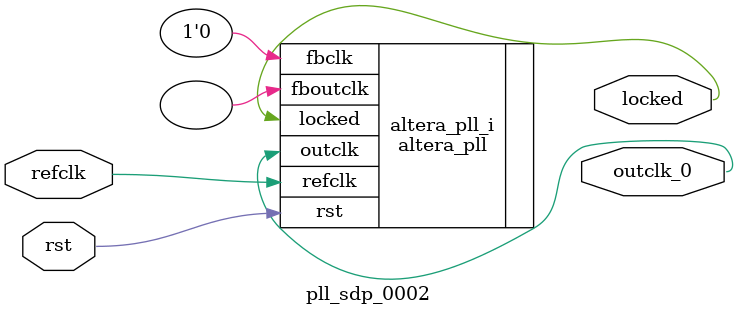
<source format=v>
`timescale 1ns/10ps
module  pll_sdp_0002(

	// interface 'refclk'
	input wire refclk,

	// interface 'reset'
	input wire rst,

	// interface 'outclk0'
	output wire outclk_0,

	// interface 'locked'
	output wire locked
);

	altera_pll #(
		.fractional_vco_multiplier("false"),
		.reference_clock_frequency("27.0 MHz"),
		.operation_mode("direct"),
		.number_of_clocks(1),
		.output_clock_frequency0("27.000000 MHz"),
		.phase_shift0("0 ps"),
		.duty_cycle0(50),
		.output_clock_frequency1("0 MHz"),
		.phase_shift1("0 ps"),
		.duty_cycle1(50),
		.output_clock_frequency2("0 MHz"),
		.phase_shift2("0 ps"),
		.duty_cycle2(50),
		.output_clock_frequency3("0 MHz"),
		.phase_shift3("0 ps"),
		.duty_cycle3(50),
		.output_clock_frequency4("0 MHz"),
		.phase_shift4("0 ps"),
		.duty_cycle4(50),
		.output_clock_frequency5("0 MHz"),
		.phase_shift5("0 ps"),
		.duty_cycle5(50),
		.output_clock_frequency6("0 MHz"),
		.phase_shift6("0 ps"),
		.duty_cycle6(50),
		.output_clock_frequency7("0 MHz"),
		.phase_shift7("0 ps"),
		.duty_cycle7(50),
		.output_clock_frequency8("0 MHz"),
		.phase_shift8("0 ps"),
		.duty_cycle8(50),
		.output_clock_frequency9("0 MHz"),
		.phase_shift9("0 ps"),
		.duty_cycle9(50),
		.output_clock_frequency10("0 MHz"),
		.phase_shift10("0 ps"),
		.duty_cycle10(50),
		.output_clock_frequency11("0 MHz"),
		.phase_shift11("0 ps"),
		.duty_cycle11(50),
		.output_clock_frequency12("0 MHz"),
		.phase_shift12("0 ps"),
		.duty_cycle12(50),
		.output_clock_frequency13("0 MHz"),
		.phase_shift13("0 ps"),
		.duty_cycle13(50),
		.output_clock_frequency14("0 MHz"),
		.phase_shift14("0 ps"),
		.duty_cycle14(50),
		.output_clock_frequency15("0 MHz"),
		.phase_shift15("0 ps"),
		.duty_cycle15(50),
		.output_clock_frequency16("0 MHz"),
		.phase_shift16("0 ps"),
		.duty_cycle16(50),
		.output_clock_frequency17("0 MHz"),
		.phase_shift17("0 ps"),
		.duty_cycle17(50),
		.pll_type("General"),
		.pll_subtype("General")
	) altera_pll_i (
		.rst	(rst),
		.outclk	({outclk_0}),
		.locked	(locked),
		.fboutclk	( ),
		.fbclk	(1'b0),
		.refclk	(refclk)
	);
endmodule


</source>
